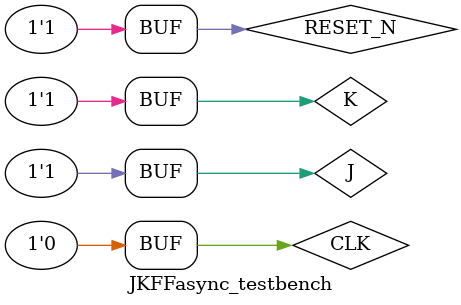
<source format=v>
`timescale 1ns / 1ps


module JKFFasync_testbench();

reg CLK = 0;
reg J;
reg K;
reg RESET_N;

wire Q;

JKFFasync jffas1(J,K, CLK, RESET_N, Q);

always begin
J = 0; K = 0; RESET_N = 0; CLK = 0;


        #5 J = 0; K = 1;
        #5 
        #5  J = 1; K = 0;
        #5 
        #5  J = 1; K = 1;
        #5  
        #5  RESET_N = 1;
        #5 
        #5  J = 0; K = 1;
        #5 
        #5  J = 1; K = 0;
        #5 
        #5  J = 1; K = 1; RESET_N = 0;
        #5 
        #5  J = 1; K = 1;
        #5 
        #5 
        #5 
        #5 J = 0; K = 0; CLK = 0;
        
        #5 RESET_N = 1; 
        #5 RESET_N = 0; J = 1; K = 1;
        #5 RESET_N = 1; 
        #5 RESET_N = 0; J = 1; K = 0;
        #5 RESET_N = 1;
        #5 RESET_N = 0; J = 1; K = 1;
        #5 RESET_N = 1;             
end

  always begin 
        #2 CLK = ~CLK;
        end
endmodule

</source>
